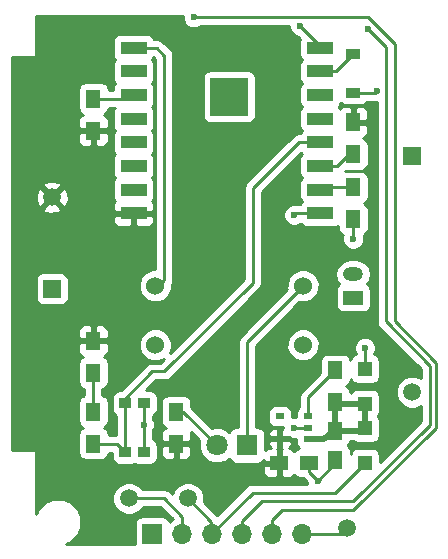
<source format=gbr>
G04 #@! TF.FileFunction,Copper,L1,Top,Signal*
%FSLAX46Y46*%
G04 Gerber Fmt 4.6, Leading zero omitted, Abs format (unit mm)*
G04 Created by KiCad (PCBNEW 4.0.7-e2-6376~58~ubuntu16.04.1) date Sun Nov  4 15:38:29 2018*
%MOMM*%
%LPD*%
G01*
G04 APERTURE LIST*
%ADD10C,0.100000*%
%ADD11R,1.700000X1.200000*%
%ADD12O,1.700000X1.200000*%
%ADD13R,1.800000X1.800000*%
%ADD14C,1.800000*%
%ADD15R,1.700000X1.700000*%
%ADD16O,1.700000X1.700000*%
%ADD17R,0.800000X0.550000*%
%ADD18C,1.524000*%
%ADD19R,1.000000X0.900000*%
%ADD20R,1.300000X1.500000*%
%ADD21R,1.219200X0.889000*%
%ADD22R,1.220000X1.250000*%
%ADD23R,1.500000X1.250000*%
%ADD24R,1.250000X1.500000*%
%ADD25R,2.200000X1.100000*%
%ADD26R,3.200000X3.200000*%
%ADD27R,1.500000X1.500000*%
%ADD28C,1.500000*%
%ADD29C,0.600000*%
%ADD30C,0.500000*%
%ADD31C,0.250000*%
%ADD32C,0.254000*%
G04 APERTURE END LIST*
D10*
D11*
X111000000Y-97000000D03*
D12*
X111000000Y-95000000D03*
D13*
X102000000Y-109500000D03*
D14*
X99460000Y-109500000D03*
D15*
X94000000Y-117000000D03*
D16*
X96540000Y-117000000D03*
X99080000Y-117000000D03*
X101620000Y-117000000D03*
X104160000Y-117000000D03*
X106700000Y-117000000D03*
D17*
X104800000Y-108950000D03*
X104800000Y-107050000D03*
X107200000Y-108950000D03*
X107200000Y-108000000D03*
X107200000Y-107050000D03*
D18*
X106750000Y-96000000D03*
X94250000Y-96000000D03*
X94250000Y-101000000D03*
X106750000Y-101000000D03*
D19*
X93300000Y-110050000D03*
X91700000Y-110050000D03*
X91700000Y-105950000D03*
X93300000Y-105950000D03*
D20*
X111000000Y-87650000D03*
X111000000Y-90350000D03*
X109500000Y-103150000D03*
X109500000Y-105850000D03*
X89000000Y-82850000D03*
X89000000Y-80150000D03*
X111000000Y-82150000D03*
X111000000Y-84850000D03*
X96000000Y-109350000D03*
X96000000Y-106650000D03*
X89000000Y-100650000D03*
X89000000Y-103350000D03*
D21*
X111000000Y-79638300D03*
X111000000Y-76361700D03*
D22*
X112000000Y-103025000D03*
X112000000Y-105975000D03*
X112000000Y-110975000D03*
X112000000Y-108025000D03*
D20*
X89000000Y-109350000D03*
X89000000Y-106650000D03*
D23*
X104750000Y-111000000D03*
X107250000Y-111000000D03*
D24*
X109500000Y-108250000D03*
X109500000Y-110750000D03*
D25*
X108200000Y-75850000D03*
X108200000Y-77850000D03*
X108200000Y-79850000D03*
X108200000Y-81850000D03*
X108200000Y-83850000D03*
X108200000Y-85850000D03*
X108200000Y-87850000D03*
X108200000Y-89850000D03*
X92400000Y-89850000D03*
X92400000Y-87850000D03*
X92400000Y-85850000D03*
X92400000Y-83850000D03*
X92400000Y-81850000D03*
X92400000Y-79850000D03*
X92400000Y-77850000D03*
X92400000Y-75850000D03*
D26*
X100500000Y-80000000D03*
D27*
X116000000Y-85000000D03*
D28*
X92000000Y-114000000D03*
D27*
X85500000Y-96250000D03*
D28*
X85500000Y-88500000D03*
X116000000Y-105000000D03*
X110500000Y-116500000D03*
X97000000Y-114000000D03*
D29*
X93250000Y-107750000D03*
X108000000Y-112500000D03*
X111000000Y-92000000D03*
X106000000Y-108000000D03*
X106000000Y-90000000D03*
X112000000Y-101250000D03*
X113000000Y-79500000D03*
X106500000Y-74000000D03*
X112250000Y-74250000D03*
X97500000Y-73250000D03*
D30*
X109500000Y-108250000D02*
X109500000Y-105850000D01*
X109500000Y-105850000D02*
X109625000Y-105975000D01*
X109625000Y-105975000D02*
X112000000Y-105975000D01*
X112000000Y-105975000D02*
X112000000Y-108025000D01*
X112000000Y-108025000D02*
X111775000Y-108250000D01*
X111775000Y-108250000D02*
X109250000Y-108250000D01*
X109250000Y-108250000D02*
X108550000Y-108950000D01*
X108550000Y-108950000D02*
X107200000Y-108950000D01*
D31*
X93300000Y-110050000D02*
X93300000Y-107800000D01*
X93300000Y-107700000D02*
X93250000Y-107750000D01*
X93300000Y-107700000D02*
X93300000Y-105950000D01*
X93300000Y-107800000D02*
X93250000Y-107750000D01*
X109500000Y-110750000D02*
X109500000Y-111000000D01*
X109500000Y-111000000D02*
X108000000Y-112500000D01*
X107250000Y-111750000D02*
X108000000Y-112500000D01*
X107250000Y-111000000D02*
X107250000Y-111750000D01*
X111000000Y-90350000D02*
X111000000Y-92000000D01*
X107200000Y-108000000D02*
X106000000Y-108000000D01*
X109500000Y-110750000D02*
X109250000Y-110750000D01*
X107250000Y-111000000D02*
X107250000Y-110750000D01*
X108200000Y-89850000D02*
X106150000Y-89850000D01*
X106150000Y-89850000D02*
X106000000Y-90000000D01*
X97000000Y-114000000D02*
X99000000Y-116000000D01*
X99000000Y-116000000D02*
X99000000Y-116920000D01*
X99000000Y-116920000D02*
X99080000Y-117000000D01*
X99080000Y-117000000D02*
X99080000Y-116920000D01*
X99080000Y-116920000D02*
X102500000Y-113500000D01*
X109475000Y-113500000D02*
X110475000Y-112500000D01*
X102500000Y-113500000D02*
X109475000Y-113500000D01*
X110475000Y-112500000D02*
X112000000Y-110975000D01*
X112000000Y-101250000D02*
X112000000Y-103025000D01*
X113000000Y-79500000D02*
X112861700Y-79638300D01*
X112861700Y-79638300D02*
X111000000Y-79638300D01*
X108200000Y-77850000D02*
X109511700Y-77850000D01*
X109511700Y-77850000D02*
X111000000Y-76361700D01*
X92000000Y-114000000D02*
X95000000Y-114000000D01*
X96540000Y-115540000D02*
X96540000Y-117000000D01*
X95000000Y-114000000D02*
X96540000Y-115540000D01*
X106500000Y-74000000D02*
X108200000Y-75700000D01*
X108200000Y-75700000D02*
X108200000Y-75850000D01*
X106700000Y-117000000D02*
X110000000Y-117000000D01*
X110000000Y-117000000D02*
X110500000Y-116500000D01*
X91700000Y-110050000D02*
X91700000Y-105950000D01*
X91700000Y-105950000D02*
X91700000Y-105550000D01*
X91700000Y-105550000D02*
X94000000Y-103250000D01*
X94000000Y-103250000D02*
X95000000Y-103250000D01*
X95000000Y-103250000D02*
X102500000Y-95750000D01*
X102500000Y-95750000D02*
X102500000Y-87750000D01*
X102500000Y-87750000D02*
X106400000Y-83850000D01*
X106400000Y-83850000D02*
X108200000Y-83850000D01*
X89000000Y-109350000D02*
X91000000Y-109350000D01*
X91000000Y-109350000D02*
X91700000Y-110050000D01*
X102000000Y-109500000D02*
X102000000Y-100750000D01*
X102000000Y-100750000D02*
X106750000Y-96000000D01*
X94250000Y-96000000D02*
X94500000Y-96000000D01*
X94500000Y-96000000D02*
X95000000Y-95500000D01*
X95000000Y-95500000D02*
X95000000Y-76500000D01*
X95000000Y-76500000D02*
X94350000Y-75850000D01*
X94350000Y-75850000D02*
X92400000Y-75850000D01*
X111000000Y-84850000D02*
X110650000Y-84850000D01*
X110650000Y-84850000D02*
X109650000Y-85850000D01*
X109650000Y-85850000D02*
X108200000Y-85850000D01*
X89500000Y-80150000D02*
X92100000Y-80150000D01*
X92100000Y-80150000D02*
X92400000Y-79850000D01*
X107200000Y-107050000D02*
X107200000Y-105450000D01*
X107200000Y-105450000D02*
X109500000Y-103150000D01*
X111000000Y-87650000D02*
X108400000Y-87650000D01*
X108400000Y-87650000D02*
X108200000Y-87850000D01*
X96000000Y-106650000D02*
X96610000Y-106650000D01*
X96610000Y-106650000D02*
X99460000Y-109500000D01*
X89000000Y-106650000D02*
X89000000Y-103350000D01*
X101620000Y-117000000D02*
X101620000Y-115880000D01*
X113750000Y-75750000D02*
X112250000Y-74250000D01*
X113750000Y-99000000D02*
X113750000Y-75750000D01*
X117500000Y-102750000D02*
X113750000Y-99000000D01*
X117500000Y-107750000D02*
X117500000Y-102750000D01*
X111000000Y-114250000D02*
X117500000Y-107750000D01*
X103250000Y-114250000D02*
X111000000Y-114250000D01*
X101620000Y-115880000D02*
X103250000Y-114250000D01*
X101620000Y-117000000D02*
X101750000Y-117000000D01*
X104160000Y-117000000D02*
X104160000Y-115840000D01*
X112250000Y-73250000D02*
X97500000Y-73250000D01*
X114500000Y-75500000D02*
X112250000Y-73250000D01*
X114500000Y-99000000D02*
X114500000Y-75500000D01*
X118000000Y-102500000D02*
X114500000Y-99000000D01*
X118000000Y-108000000D02*
X118000000Y-102500000D01*
X111000000Y-115000000D02*
X118000000Y-108000000D01*
X105000000Y-115000000D02*
X111000000Y-115000000D01*
X104160000Y-115840000D02*
X105000000Y-115000000D01*
X104160000Y-117000000D02*
X104160000Y-116840000D01*
D32*
G36*
X96564838Y-73435167D02*
X96706883Y-73778943D01*
X96969673Y-74042192D01*
X97313201Y-74184838D01*
X97685167Y-74185162D01*
X98028943Y-74043117D01*
X98062118Y-74010000D01*
X105564991Y-74010000D01*
X105564838Y-74185167D01*
X105706883Y-74528943D01*
X105969673Y-74792192D01*
X106313201Y-74934838D01*
X106360077Y-74934879D01*
X106498473Y-75073275D01*
X106452560Y-75300000D01*
X106452560Y-76400000D01*
X106496838Y-76635317D01*
X106635910Y-76851441D01*
X106637299Y-76852390D01*
X106503569Y-77048110D01*
X106452560Y-77300000D01*
X106452560Y-78400000D01*
X106496838Y-78635317D01*
X106635910Y-78851441D01*
X106637299Y-78852390D01*
X106503569Y-79048110D01*
X106452560Y-79300000D01*
X106452560Y-80400000D01*
X106496838Y-80635317D01*
X106635910Y-80851441D01*
X106637299Y-80852390D01*
X106503569Y-81048110D01*
X106452560Y-81300000D01*
X106452560Y-82400000D01*
X106496838Y-82635317D01*
X106635910Y-82851441D01*
X106637299Y-82852390D01*
X106503569Y-83048110D01*
X106495086Y-83090000D01*
X106400000Y-83090000D01*
X106109161Y-83147852D01*
X105862599Y-83312599D01*
X101962599Y-87212599D01*
X101797852Y-87459161D01*
X101740000Y-87750000D01*
X101740000Y-95435198D01*
X95469702Y-101705496D01*
X95646757Y-101279100D01*
X95647242Y-100723339D01*
X95435010Y-100209697D01*
X95042370Y-99816371D01*
X94529100Y-99603243D01*
X93973339Y-99602758D01*
X93459697Y-99814990D01*
X93066371Y-100207630D01*
X92853243Y-100720900D01*
X92852758Y-101276661D01*
X93064990Y-101790303D01*
X93457630Y-102183629D01*
X93970900Y-102396757D01*
X94526661Y-102397242D01*
X94954900Y-102220298D01*
X94685198Y-102490000D01*
X94000000Y-102490000D01*
X93709160Y-102547852D01*
X93462599Y-102712599D01*
X91322638Y-104852560D01*
X91200000Y-104852560D01*
X90964683Y-104896838D01*
X90748559Y-105035910D01*
X90603569Y-105248110D01*
X90552560Y-105500000D01*
X90552560Y-106400000D01*
X90596838Y-106635317D01*
X90735910Y-106851441D01*
X90940000Y-106990890D01*
X90940000Y-108590000D01*
X90295558Y-108590000D01*
X90253162Y-108364683D01*
X90114090Y-108148559D01*
X89901890Y-108003569D01*
X89888803Y-108000919D01*
X90101441Y-107864090D01*
X90246431Y-107651890D01*
X90297440Y-107400000D01*
X90297440Y-105900000D01*
X90253162Y-105664683D01*
X90114090Y-105448559D01*
X89901890Y-105303569D01*
X89760000Y-105274836D01*
X89760000Y-104726742D01*
X89885317Y-104703162D01*
X90101441Y-104564090D01*
X90246431Y-104351890D01*
X90297440Y-104100000D01*
X90297440Y-102600000D01*
X90253162Y-102364683D01*
X90114090Y-102148559D01*
X89901890Y-102003569D01*
X89868510Y-101996809D01*
X90009699Y-101938327D01*
X90188327Y-101759698D01*
X90285000Y-101526309D01*
X90285000Y-100935750D01*
X90126250Y-100777000D01*
X89127000Y-100777000D01*
X89127000Y-100797000D01*
X88873000Y-100797000D01*
X88873000Y-100777000D01*
X87873750Y-100777000D01*
X87715000Y-100935750D01*
X87715000Y-101526309D01*
X87811673Y-101759698D01*
X87990301Y-101938327D01*
X88126287Y-101994654D01*
X88114683Y-101996838D01*
X87898559Y-102135910D01*
X87753569Y-102348110D01*
X87702560Y-102600000D01*
X87702560Y-104100000D01*
X87746838Y-104335317D01*
X87885910Y-104551441D01*
X88098110Y-104696431D01*
X88240000Y-104725164D01*
X88240000Y-105273258D01*
X88114683Y-105296838D01*
X87898559Y-105435910D01*
X87753569Y-105648110D01*
X87702560Y-105900000D01*
X87702560Y-107400000D01*
X87746838Y-107635317D01*
X87885910Y-107851441D01*
X88098110Y-107996431D01*
X88111197Y-107999081D01*
X87898559Y-108135910D01*
X87753569Y-108348110D01*
X87702560Y-108600000D01*
X87702560Y-110100000D01*
X87746838Y-110335317D01*
X87885910Y-110551441D01*
X88098110Y-110696431D01*
X88350000Y-110747440D01*
X89650000Y-110747440D01*
X89885317Y-110703162D01*
X90101441Y-110564090D01*
X90246431Y-110351890D01*
X90295415Y-110110000D01*
X90552560Y-110110000D01*
X90552560Y-110500000D01*
X90596838Y-110735317D01*
X90735910Y-110951441D01*
X90948110Y-111096431D01*
X91200000Y-111147440D01*
X92200000Y-111147440D01*
X92435317Y-111103162D01*
X92498478Y-111062519D01*
X92548110Y-111096431D01*
X92800000Y-111147440D01*
X93800000Y-111147440D01*
X94035317Y-111103162D01*
X94251441Y-110964090D01*
X94396431Y-110751890D01*
X94447440Y-110500000D01*
X94447440Y-109635750D01*
X94715000Y-109635750D01*
X94715000Y-110226309D01*
X94811673Y-110459698D01*
X94990301Y-110638327D01*
X95223690Y-110735000D01*
X95714250Y-110735000D01*
X95873000Y-110576250D01*
X95873000Y-109477000D01*
X96127000Y-109477000D01*
X96127000Y-110576250D01*
X96285750Y-110735000D01*
X96776310Y-110735000D01*
X97009699Y-110638327D01*
X97188327Y-110459698D01*
X97285000Y-110226309D01*
X97285000Y-109635750D01*
X97126250Y-109477000D01*
X96127000Y-109477000D01*
X95873000Y-109477000D01*
X94873750Y-109477000D01*
X94715000Y-109635750D01*
X94447440Y-109635750D01*
X94447440Y-109600000D01*
X94403162Y-109364683D01*
X94264090Y-109148559D01*
X94060000Y-109009110D01*
X94060000Y-108237441D01*
X94184838Y-107936799D01*
X94185162Y-107564833D01*
X94060000Y-107261917D01*
X94060000Y-106987279D01*
X94251441Y-106864090D01*
X94396431Y-106651890D01*
X94447440Y-106400000D01*
X94447440Y-105900000D01*
X94702560Y-105900000D01*
X94702560Y-107400000D01*
X94746838Y-107635317D01*
X94885910Y-107851441D01*
X95098110Y-107996431D01*
X95131490Y-108003191D01*
X94990301Y-108061673D01*
X94811673Y-108240302D01*
X94715000Y-108473691D01*
X94715000Y-109064250D01*
X94873750Y-109223000D01*
X95873000Y-109223000D01*
X95873000Y-109203000D01*
X96127000Y-109203000D01*
X96127000Y-109223000D01*
X97126250Y-109223000D01*
X97285000Y-109064250D01*
X97285000Y-108473691D01*
X97232752Y-108347554D01*
X97970234Y-109085036D01*
X97925267Y-109193330D01*
X97924735Y-109803991D01*
X98157932Y-110368371D01*
X98589357Y-110800551D01*
X99153330Y-111034733D01*
X99763991Y-111035265D01*
X100328371Y-110802068D01*
X100496613Y-110634120D01*
X100496838Y-110635317D01*
X100635910Y-110851441D01*
X100848110Y-110996431D01*
X101100000Y-111047440D01*
X102900000Y-111047440D01*
X103135317Y-111003162D01*
X103351441Y-110864090D01*
X103417768Y-110767018D01*
X103523750Y-110873000D01*
X104623000Y-110873000D01*
X104623000Y-109898750D01*
X104549250Y-109825000D01*
X104673000Y-109701250D01*
X104673000Y-109077000D01*
X103923750Y-109077000D01*
X103765000Y-109235750D01*
X103765000Y-109351309D01*
X103861673Y-109584698D01*
X104016974Y-109740000D01*
X103873691Y-109740000D01*
X103640302Y-109836673D01*
X103547440Y-109929534D01*
X103547440Y-108600000D01*
X103537786Y-108548691D01*
X103765000Y-108548691D01*
X103765000Y-108664250D01*
X103923750Y-108823000D01*
X104673000Y-108823000D01*
X104673000Y-108198750D01*
X104514250Y-108040000D01*
X104273690Y-108040000D01*
X104040301Y-108136673D01*
X103861673Y-108315302D01*
X103765000Y-108548691D01*
X103537786Y-108548691D01*
X103503162Y-108364683D01*
X103364090Y-108148559D01*
X103151890Y-108003569D01*
X102900000Y-107952560D01*
X102760000Y-107952560D01*
X102760000Y-101276661D01*
X105352758Y-101276661D01*
X105564990Y-101790303D01*
X105957630Y-102183629D01*
X106470900Y-102396757D01*
X107026661Y-102397242D01*
X107540303Y-102185010D01*
X107933629Y-101792370D01*
X108146757Y-101279100D01*
X108147242Y-100723339D01*
X107935010Y-100209697D01*
X107542370Y-99816371D01*
X107029100Y-99603243D01*
X106473339Y-99602758D01*
X105959697Y-99814990D01*
X105566371Y-100207630D01*
X105353243Y-100720900D01*
X105352758Y-101276661D01*
X102760000Y-101276661D01*
X102760000Y-101064802D01*
X106440619Y-97384183D01*
X106470900Y-97396757D01*
X107026661Y-97397242D01*
X107540303Y-97185010D01*
X107933629Y-96792370D01*
X108146757Y-96279100D01*
X108147242Y-95723339D01*
X107935010Y-95209697D01*
X107725679Y-95000000D01*
X109485907Y-95000000D01*
X109579916Y-95472614D01*
X109832074Y-95849996D01*
X109698559Y-95935910D01*
X109553569Y-96148110D01*
X109502560Y-96400000D01*
X109502560Y-97600000D01*
X109546838Y-97835317D01*
X109685910Y-98051441D01*
X109898110Y-98196431D01*
X110150000Y-98247440D01*
X111850000Y-98247440D01*
X112085317Y-98203162D01*
X112301441Y-98064090D01*
X112446431Y-97851890D01*
X112497440Y-97600000D01*
X112497440Y-96400000D01*
X112453162Y-96164683D01*
X112314090Y-95948559D01*
X112168525Y-95849099D01*
X112420084Y-95472614D01*
X112514093Y-95000000D01*
X112420084Y-94527386D01*
X112152370Y-94126723D01*
X111751707Y-93859009D01*
X111279093Y-93765000D01*
X110720907Y-93765000D01*
X110248293Y-93859009D01*
X109847630Y-94126723D01*
X109579916Y-94527386D01*
X109485907Y-95000000D01*
X107725679Y-95000000D01*
X107542370Y-94816371D01*
X107029100Y-94603243D01*
X106473339Y-94602758D01*
X105959697Y-94814990D01*
X105566371Y-95207630D01*
X105353243Y-95720900D01*
X105352758Y-96276661D01*
X105366143Y-96309055D01*
X101462599Y-100212599D01*
X101297852Y-100459161D01*
X101240000Y-100750000D01*
X101240000Y-107952560D01*
X101100000Y-107952560D01*
X100864683Y-107996838D01*
X100648559Y-108135910D01*
X100503569Y-108348110D01*
X100499433Y-108368534D01*
X100330643Y-108199449D01*
X99766670Y-107965267D01*
X99156009Y-107964735D01*
X99045287Y-108010485D01*
X97297440Y-106262638D01*
X97297440Y-105900000D01*
X97253162Y-105664683D01*
X97114090Y-105448559D01*
X96901890Y-105303569D01*
X96650000Y-105252560D01*
X95350000Y-105252560D01*
X95114683Y-105296838D01*
X94898559Y-105435910D01*
X94753569Y-105648110D01*
X94702560Y-105900000D01*
X94447440Y-105900000D01*
X94447440Y-105500000D01*
X94403162Y-105264683D01*
X94264090Y-105048559D01*
X94051890Y-104903569D01*
X93800000Y-104852560D01*
X93472242Y-104852560D01*
X94314802Y-104010000D01*
X95000000Y-104010000D01*
X95290839Y-103952148D01*
X95537401Y-103787401D01*
X103037401Y-96287401D01*
X103202148Y-96040839D01*
X103260000Y-95750000D01*
X103260000Y-88064802D01*
X106572266Y-84752536D01*
X106635910Y-84851441D01*
X106637299Y-84852390D01*
X106503569Y-85048110D01*
X106452560Y-85300000D01*
X106452560Y-86400000D01*
X106496838Y-86635317D01*
X106635910Y-86851441D01*
X106637299Y-86852390D01*
X106503569Y-87048110D01*
X106452560Y-87300000D01*
X106452560Y-88400000D01*
X106496838Y-88635317D01*
X106635910Y-88851441D01*
X106637299Y-88852390D01*
X106503569Y-89048110D01*
X106495086Y-89090000D01*
X106246615Y-89090000D01*
X106186799Y-89065162D01*
X105814833Y-89064838D01*
X105471057Y-89206883D01*
X105207808Y-89469673D01*
X105065162Y-89813201D01*
X105064838Y-90185167D01*
X105206883Y-90528943D01*
X105469673Y-90792192D01*
X105813201Y-90934838D01*
X106185167Y-90935162D01*
X106528943Y-90793117D01*
X106571221Y-90750912D01*
X106635910Y-90851441D01*
X106848110Y-90996431D01*
X107100000Y-91047440D01*
X109300000Y-91047440D01*
X109535317Y-91003162D01*
X109702560Y-90895544D01*
X109702560Y-91100000D01*
X109746838Y-91335317D01*
X109885910Y-91551441D01*
X110098110Y-91696431D01*
X110112444Y-91699334D01*
X110065162Y-91813201D01*
X110064838Y-92185167D01*
X110206883Y-92528943D01*
X110469673Y-92792192D01*
X110813201Y-92934838D01*
X111185167Y-92935162D01*
X111528943Y-92793117D01*
X111792192Y-92530327D01*
X111934838Y-92186799D01*
X111935162Y-91814833D01*
X111888243Y-91701279D01*
X112101441Y-91564090D01*
X112246431Y-91351890D01*
X112297440Y-91100000D01*
X112297440Y-89600000D01*
X112253162Y-89364683D01*
X112114090Y-89148559D01*
X111901890Y-89003569D01*
X111888803Y-89000919D01*
X112101441Y-88864090D01*
X112246431Y-88651890D01*
X112297440Y-88400000D01*
X112297440Y-86900000D01*
X112253162Y-86664683D01*
X112114090Y-86448559D01*
X111901890Y-86303569D01*
X111650000Y-86252560D01*
X110350000Y-86252560D01*
X110315808Y-86258994D01*
X110331174Y-86243628D01*
X110350000Y-86247440D01*
X111650000Y-86247440D01*
X111885317Y-86203162D01*
X112101441Y-86064090D01*
X112246431Y-85851890D01*
X112297440Y-85600000D01*
X112297440Y-84100000D01*
X112253162Y-83864683D01*
X112114090Y-83648559D01*
X111901890Y-83503569D01*
X111868510Y-83496809D01*
X112009699Y-83438327D01*
X112188327Y-83259698D01*
X112285000Y-83026309D01*
X112285000Y-82435750D01*
X112126250Y-82277000D01*
X111127000Y-82277000D01*
X111127000Y-82297000D01*
X110873000Y-82297000D01*
X110873000Y-82277000D01*
X110853000Y-82277000D01*
X110853000Y-82023000D01*
X110873000Y-82023000D01*
X110873000Y-80923750D01*
X111127000Y-80923750D01*
X111127000Y-82023000D01*
X112126250Y-82023000D01*
X112285000Y-81864250D01*
X112285000Y-81273691D01*
X112188327Y-81040302D01*
X112009699Y-80861673D01*
X111776310Y-80765000D01*
X111285750Y-80765000D01*
X111127000Y-80923750D01*
X110873000Y-80923750D01*
X110714250Y-80765000D01*
X110223690Y-80765000D01*
X109990301Y-80861673D01*
X109857795Y-80994180D01*
X109764090Y-80848559D01*
X109762701Y-80847610D01*
X109896431Y-80651890D01*
X109921705Y-80527084D01*
X109926310Y-80534241D01*
X110138510Y-80679231D01*
X110390400Y-80730240D01*
X111609600Y-80730240D01*
X111844917Y-80685962D01*
X112061041Y-80546890D01*
X112162568Y-80398300D01*
X112725208Y-80398300D01*
X112813201Y-80434838D01*
X112990000Y-80434992D01*
X112990000Y-99000000D01*
X113047852Y-99290839D01*
X113212599Y-99537401D01*
X116740000Y-103064802D01*
X116740000Y-103807619D01*
X116276702Y-103615241D01*
X115725715Y-103614760D01*
X115216485Y-103825169D01*
X114826539Y-104214436D01*
X114615241Y-104723298D01*
X114614760Y-105274285D01*
X114825169Y-105783515D01*
X115214436Y-106173461D01*
X115723298Y-106384759D01*
X116274285Y-106385240D01*
X116740000Y-106192811D01*
X116740000Y-107435198D01*
X113257440Y-110917758D01*
X113257440Y-110350000D01*
X113213162Y-110114683D01*
X113074090Y-109898559D01*
X112861890Y-109753569D01*
X112610000Y-109702560D01*
X111390000Y-109702560D01*
X111154683Y-109746838D01*
X110938559Y-109885910D01*
X110793569Y-110098110D01*
X110772440Y-110202448D01*
X110772440Y-110000000D01*
X110728162Y-109764683D01*
X110589090Y-109548559D01*
X110519289Y-109500866D01*
X110576441Y-109464090D01*
X110721431Y-109251890D01*
X110745102Y-109135000D01*
X110975025Y-109135000D01*
X111138110Y-109246431D01*
X111390000Y-109297440D01*
X112610000Y-109297440D01*
X112845317Y-109253162D01*
X113061441Y-109114090D01*
X113206431Y-108901890D01*
X113257440Y-108650000D01*
X113257440Y-107400000D01*
X113213162Y-107164683D01*
X113106241Y-106998523D01*
X113206431Y-106851890D01*
X113257440Y-106600000D01*
X113257440Y-105350000D01*
X113213162Y-105114683D01*
X113074090Y-104898559D01*
X112861890Y-104753569D01*
X112610000Y-104702560D01*
X111390000Y-104702560D01*
X111154683Y-104746838D01*
X110938559Y-104885910D01*
X110799110Y-105090000D01*
X110795558Y-105090000D01*
X110753162Y-104864683D01*
X110614090Y-104648559D01*
X110401890Y-104503569D01*
X110388803Y-104500919D01*
X110601441Y-104364090D01*
X110746431Y-104151890D01*
X110797164Y-103901364D01*
X110925910Y-104101441D01*
X111138110Y-104246431D01*
X111390000Y-104297440D01*
X112610000Y-104297440D01*
X112845317Y-104253162D01*
X113061441Y-104114090D01*
X113206431Y-103901890D01*
X113257440Y-103650000D01*
X113257440Y-102400000D01*
X113213162Y-102164683D01*
X113074090Y-101948559D01*
X112861890Y-101803569D01*
X112784590Y-101787915D01*
X112792192Y-101780327D01*
X112934838Y-101436799D01*
X112935162Y-101064833D01*
X112793117Y-100721057D01*
X112530327Y-100457808D01*
X112186799Y-100315162D01*
X111814833Y-100314838D01*
X111471057Y-100456883D01*
X111207808Y-100719673D01*
X111065162Y-101063201D01*
X111064838Y-101435167D01*
X111206883Y-101778943D01*
X111213667Y-101785739D01*
X111154683Y-101796838D01*
X110938559Y-101935910D01*
X110793569Y-102148110D01*
X110771007Y-102259523D01*
X110753162Y-102164683D01*
X110614090Y-101948559D01*
X110401890Y-101803569D01*
X110150000Y-101752560D01*
X108850000Y-101752560D01*
X108614683Y-101796838D01*
X108398559Y-101935910D01*
X108253569Y-102148110D01*
X108202560Y-102400000D01*
X108202560Y-103372638D01*
X106662599Y-104912599D01*
X106497852Y-105159161D01*
X106440000Y-105450000D01*
X106440000Y-106252069D01*
X106348559Y-106310910D01*
X106203569Y-106523110D01*
X106152560Y-106775000D01*
X106152560Y-107065132D01*
X105847440Y-107064866D01*
X105847440Y-106775000D01*
X105803162Y-106539683D01*
X105664090Y-106323559D01*
X105451890Y-106178569D01*
X105200000Y-106127560D01*
X104400000Y-106127560D01*
X104164683Y-106171838D01*
X103948559Y-106310910D01*
X103803569Y-106523110D01*
X103752560Y-106775000D01*
X103752560Y-107325000D01*
X103796838Y-107560317D01*
X103935910Y-107776441D01*
X104148110Y-107921431D01*
X104400000Y-107972440D01*
X105065023Y-107972440D01*
X105064946Y-108060804D01*
X104927000Y-108198750D01*
X104927000Y-108823000D01*
X105543867Y-108823000D01*
X105813201Y-108934838D01*
X106152560Y-108935134D01*
X106152560Y-109225000D01*
X106196838Y-109460317D01*
X106335910Y-109676441D01*
X106430002Y-109740731D01*
X106264683Y-109771838D01*
X106048559Y-109910910D01*
X106002031Y-109979006D01*
X105859698Y-109836673D01*
X105626309Y-109740000D01*
X105583026Y-109740000D01*
X105738327Y-109584698D01*
X105835000Y-109351309D01*
X105835000Y-109235750D01*
X105676250Y-109077000D01*
X104927000Y-109077000D01*
X104927000Y-109701250D01*
X105000750Y-109775000D01*
X104877000Y-109898750D01*
X104877000Y-110873000D01*
X104897000Y-110873000D01*
X104897000Y-111127000D01*
X104877000Y-111127000D01*
X104877000Y-112101250D01*
X105035750Y-112260000D01*
X105626309Y-112260000D01*
X105859698Y-112163327D01*
X106000936Y-112022090D01*
X106035910Y-112076441D01*
X106248110Y-112221431D01*
X106500000Y-112272440D01*
X106702602Y-112272440D01*
X106712599Y-112287401D01*
X107064878Y-112639680D01*
X107064838Y-112685167D01*
X107087494Y-112740000D01*
X102500000Y-112740000D01*
X102209160Y-112797852D01*
X101962599Y-112962599D01*
X99500000Y-115425198D01*
X98375002Y-114300200D01*
X98384759Y-114276702D01*
X98385240Y-113725715D01*
X98174831Y-113216485D01*
X97785564Y-112826539D01*
X97276702Y-112615241D01*
X96725715Y-112614760D01*
X96216485Y-112825169D01*
X95826539Y-113214436D01*
X95668893Y-113594091D01*
X95537401Y-113462599D01*
X95290839Y-113297852D01*
X95000000Y-113240000D01*
X93184547Y-113240000D01*
X93174831Y-113216485D01*
X92785564Y-112826539D01*
X92276702Y-112615241D01*
X91725715Y-112614760D01*
X91216485Y-112825169D01*
X90826539Y-113214436D01*
X90615241Y-113723298D01*
X90614760Y-114274285D01*
X90825169Y-114783515D01*
X91214436Y-115173461D01*
X91723298Y-115384759D01*
X92274285Y-115385240D01*
X92783515Y-115174831D01*
X93173461Y-114785564D01*
X93184076Y-114760000D01*
X94685198Y-114760000D01*
X95703416Y-115778218D01*
X95489946Y-115920853D01*
X95462150Y-115962452D01*
X95453162Y-115914683D01*
X95314090Y-115698559D01*
X95101890Y-115553569D01*
X94850000Y-115502560D01*
X93150000Y-115502560D01*
X92914683Y-115546838D01*
X92698559Y-115685910D01*
X92553569Y-115898110D01*
X92502560Y-116150000D01*
X92502560Y-117850000D01*
X92506888Y-117873000D01*
X86665000Y-117873000D01*
X87122943Y-117683782D01*
X87681819Y-117125880D01*
X87984654Y-116396573D01*
X87985343Y-115606891D01*
X87683782Y-114877057D01*
X87125880Y-114318181D01*
X86396573Y-114015346D01*
X85606891Y-114014657D01*
X84877057Y-114316218D01*
X84318181Y-114874120D01*
X84127000Y-115334535D01*
X84127000Y-111285750D01*
X103365000Y-111285750D01*
X103365000Y-111751310D01*
X103461673Y-111984699D01*
X103640302Y-112163327D01*
X103873691Y-112260000D01*
X104464250Y-112260000D01*
X104623000Y-112101250D01*
X104623000Y-111127000D01*
X103523750Y-111127000D01*
X103365000Y-111285750D01*
X84127000Y-111285750D01*
X84127000Y-110000000D01*
X84116994Y-109950590D01*
X84088553Y-109908965D01*
X84046159Y-109881685D01*
X84000000Y-109873000D01*
X82127000Y-109873000D01*
X82127000Y-99773691D01*
X87715000Y-99773691D01*
X87715000Y-100364250D01*
X87873750Y-100523000D01*
X88873000Y-100523000D01*
X88873000Y-99423750D01*
X89127000Y-99423750D01*
X89127000Y-100523000D01*
X90126250Y-100523000D01*
X90285000Y-100364250D01*
X90285000Y-99773691D01*
X90188327Y-99540302D01*
X90009699Y-99361673D01*
X89776310Y-99265000D01*
X89285750Y-99265000D01*
X89127000Y-99423750D01*
X88873000Y-99423750D01*
X88714250Y-99265000D01*
X88223690Y-99265000D01*
X87990301Y-99361673D01*
X87811673Y-99540302D01*
X87715000Y-99773691D01*
X82127000Y-99773691D01*
X82127000Y-95500000D01*
X84102560Y-95500000D01*
X84102560Y-97000000D01*
X84146838Y-97235317D01*
X84285910Y-97451441D01*
X84498110Y-97596431D01*
X84750000Y-97647440D01*
X86250000Y-97647440D01*
X86485317Y-97603162D01*
X86701441Y-97464090D01*
X86846431Y-97251890D01*
X86897440Y-97000000D01*
X86897440Y-95500000D01*
X86853162Y-95264683D01*
X86714090Y-95048559D01*
X86501890Y-94903569D01*
X86250000Y-94852560D01*
X84750000Y-94852560D01*
X84514683Y-94896838D01*
X84298559Y-95035910D01*
X84153569Y-95248110D01*
X84102560Y-95500000D01*
X82127000Y-95500000D01*
X82127000Y-90135750D01*
X90665000Y-90135750D01*
X90665000Y-90526310D01*
X90761673Y-90759699D01*
X90940302Y-90938327D01*
X91173691Y-91035000D01*
X92114250Y-91035000D01*
X92273000Y-90876250D01*
X92273000Y-89977000D01*
X92527000Y-89977000D01*
X92527000Y-90876250D01*
X92685750Y-91035000D01*
X93626309Y-91035000D01*
X93859698Y-90938327D01*
X94038327Y-90759699D01*
X94135000Y-90526310D01*
X94135000Y-90135750D01*
X93976250Y-89977000D01*
X92527000Y-89977000D01*
X92273000Y-89977000D01*
X90823750Y-89977000D01*
X90665000Y-90135750D01*
X82127000Y-90135750D01*
X82127000Y-89471517D01*
X84708088Y-89471517D01*
X84776077Y-89712460D01*
X85295171Y-89897201D01*
X85845448Y-89869230D01*
X86223923Y-89712460D01*
X86291912Y-89471517D01*
X85500000Y-88679605D01*
X84708088Y-89471517D01*
X82127000Y-89471517D01*
X82127000Y-88295171D01*
X84102799Y-88295171D01*
X84130770Y-88845448D01*
X84287540Y-89223923D01*
X84528483Y-89291912D01*
X85320395Y-88500000D01*
X85679605Y-88500000D01*
X86471517Y-89291912D01*
X86712460Y-89223923D01*
X86897201Y-88704829D01*
X86869230Y-88154552D01*
X86712460Y-87776077D01*
X86471517Y-87708088D01*
X85679605Y-88500000D01*
X85320395Y-88500000D01*
X84528483Y-87708088D01*
X84287540Y-87776077D01*
X84102799Y-88295171D01*
X82127000Y-88295171D01*
X82127000Y-87528483D01*
X84708088Y-87528483D01*
X85500000Y-88320395D01*
X86291912Y-87528483D01*
X86223923Y-87287540D01*
X85704829Y-87102799D01*
X85154552Y-87130770D01*
X84776077Y-87287540D01*
X84708088Y-87528483D01*
X82127000Y-87528483D01*
X82127000Y-83135750D01*
X87715000Y-83135750D01*
X87715000Y-83726309D01*
X87811673Y-83959698D01*
X87990301Y-84138327D01*
X88223690Y-84235000D01*
X88714250Y-84235000D01*
X88873000Y-84076250D01*
X88873000Y-82977000D01*
X89127000Y-82977000D01*
X89127000Y-84076250D01*
X89285750Y-84235000D01*
X89776310Y-84235000D01*
X90009699Y-84138327D01*
X90188327Y-83959698D01*
X90285000Y-83726309D01*
X90285000Y-83135750D01*
X90126250Y-82977000D01*
X89127000Y-82977000D01*
X88873000Y-82977000D01*
X87873750Y-82977000D01*
X87715000Y-83135750D01*
X82127000Y-83135750D01*
X82127000Y-79400000D01*
X87702560Y-79400000D01*
X87702560Y-80900000D01*
X87746838Y-81135317D01*
X87885910Y-81351441D01*
X88098110Y-81496431D01*
X88131490Y-81503191D01*
X87990301Y-81561673D01*
X87811673Y-81740302D01*
X87715000Y-81973691D01*
X87715000Y-82564250D01*
X87873750Y-82723000D01*
X88873000Y-82723000D01*
X88873000Y-82703000D01*
X89127000Y-82703000D01*
X89127000Y-82723000D01*
X90126250Y-82723000D01*
X90285000Y-82564250D01*
X90285000Y-81973691D01*
X90188327Y-81740302D01*
X90009699Y-81561673D01*
X89873713Y-81505346D01*
X89885317Y-81503162D01*
X90101441Y-81364090D01*
X90246431Y-81151890D01*
X90295415Y-80910000D01*
X90797935Y-80910000D01*
X90703569Y-81048110D01*
X90652560Y-81300000D01*
X90652560Y-82400000D01*
X90696838Y-82635317D01*
X90835910Y-82851441D01*
X90837299Y-82852390D01*
X90703569Y-83048110D01*
X90652560Y-83300000D01*
X90652560Y-84400000D01*
X90696838Y-84635317D01*
X90835910Y-84851441D01*
X90837299Y-84852390D01*
X90703569Y-85048110D01*
X90652560Y-85300000D01*
X90652560Y-86400000D01*
X90696838Y-86635317D01*
X90835910Y-86851441D01*
X90837299Y-86852390D01*
X90703569Y-87048110D01*
X90652560Y-87300000D01*
X90652560Y-88400000D01*
X90696838Y-88635317D01*
X90835910Y-88851441D01*
X90844598Y-88857377D01*
X90761673Y-88940301D01*
X90665000Y-89173690D01*
X90665000Y-89564250D01*
X90823750Y-89723000D01*
X92273000Y-89723000D01*
X92273000Y-89703000D01*
X92527000Y-89703000D01*
X92527000Y-89723000D01*
X93976250Y-89723000D01*
X94135000Y-89564250D01*
X94135000Y-89173690D01*
X94038327Y-88940301D01*
X93955774Y-88857748D01*
X94096431Y-88651890D01*
X94147440Y-88400000D01*
X94147440Y-87300000D01*
X94103162Y-87064683D01*
X93964090Y-86848559D01*
X93962701Y-86847610D01*
X94096431Y-86651890D01*
X94147440Y-86400000D01*
X94147440Y-85300000D01*
X94103162Y-85064683D01*
X93964090Y-84848559D01*
X93962701Y-84847610D01*
X94096431Y-84651890D01*
X94147440Y-84400000D01*
X94147440Y-83300000D01*
X94103162Y-83064683D01*
X93964090Y-82848559D01*
X93962701Y-82847610D01*
X94096431Y-82651890D01*
X94147440Y-82400000D01*
X94147440Y-81300000D01*
X94103162Y-81064683D01*
X93964090Y-80848559D01*
X93962701Y-80847610D01*
X94096431Y-80651890D01*
X94147440Y-80400000D01*
X94147440Y-79300000D01*
X94103162Y-79064683D01*
X93964090Y-78848559D01*
X93962701Y-78847610D01*
X94096431Y-78651890D01*
X94147440Y-78400000D01*
X94147440Y-77300000D01*
X94103162Y-77064683D01*
X93964090Y-76848559D01*
X93962701Y-76847610D01*
X94088579Y-76663381D01*
X94240000Y-76814802D01*
X94240000Y-94602991D01*
X93973339Y-94602758D01*
X93459697Y-94814990D01*
X93066371Y-95207630D01*
X92853243Y-95720900D01*
X92852758Y-96276661D01*
X93064990Y-96790303D01*
X93457630Y-97183629D01*
X93970900Y-97396757D01*
X94526661Y-97397242D01*
X95040303Y-97185010D01*
X95433629Y-96792370D01*
X95646757Y-96279100D01*
X95647111Y-95873208D01*
X95702148Y-95790839D01*
X95760000Y-95500000D01*
X95760000Y-78400000D01*
X98252560Y-78400000D01*
X98252560Y-81600000D01*
X98296838Y-81835317D01*
X98435910Y-82051441D01*
X98648110Y-82196431D01*
X98900000Y-82247440D01*
X102100000Y-82247440D01*
X102335317Y-82203162D01*
X102551441Y-82064090D01*
X102696431Y-81851890D01*
X102747440Y-81600000D01*
X102747440Y-78400000D01*
X102703162Y-78164683D01*
X102564090Y-77948559D01*
X102351890Y-77803569D01*
X102100000Y-77752560D01*
X98900000Y-77752560D01*
X98664683Y-77796838D01*
X98448559Y-77935910D01*
X98303569Y-78148110D01*
X98252560Y-78400000D01*
X95760000Y-78400000D01*
X95760000Y-76500000D01*
X95702148Y-76209161D01*
X95537401Y-75962599D01*
X94887401Y-75312599D01*
X94640839Y-75147852D01*
X94350000Y-75090000D01*
X94107926Y-75090000D01*
X94103162Y-75064683D01*
X93964090Y-74848559D01*
X93751890Y-74703569D01*
X93500000Y-74652560D01*
X91300000Y-74652560D01*
X91064683Y-74696838D01*
X90848559Y-74835910D01*
X90703569Y-75048110D01*
X90652560Y-75300000D01*
X90652560Y-76400000D01*
X90696838Y-76635317D01*
X90835910Y-76851441D01*
X90837299Y-76852390D01*
X90703569Y-77048110D01*
X90652560Y-77300000D01*
X90652560Y-78400000D01*
X90696838Y-78635317D01*
X90835910Y-78851441D01*
X90837299Y-78852390D01*
X90703569Y-79048110D01*
X90652560Y-79300000D01*
X90652560Y-79390000D01*
X90295558Y-79390000D01*
X90253162Y-79164683D01*
X90114090Y-78948559D01*
X89901890Y-78803569D01*
X89650000Y-78752560D01*
X88350000Y-78752560D01*
X88114683Y-78796838D01*
X87898559Y-78935910D01*
X87753569Y-79148110D01*
X87702560Y-79400000D01*
X82127000Y-79400000D01*
X82127000Y-76627000D01*
X84000000Y-76627000D01*
X84049410Y-76616994D01*
X84091035Y-76588553D01*
X84118315Y-76546159D01*
X84127000Y-76500000D01*
X84127000Y-73127000D01*
X96565106Y-73127000D01*
X96564838Y-73435167D01*
X96564838Y-73435167D01*
G37*
X96564838Y-73435167D02*
X96706883Y-73778943D01*
X96969673Y-74042192D01*
X97313201Y-74184838D01*
X97685167Y-74185162D01*
X98028943Y-74043117D01*
X98062118Y-74010000D01*
X105564991Y-74010000D01*
X105564838Y-74185167D01*
X105706883Y-74528943D01*
X105969673Y-74792192D01*
X106313201Y-74934838D01*
X106360077Y-74934879D01*
X106498473Y-75073275D01*
X106452560Y-75300000D01*
X106452560Y-76400000D01*
X106496838Y-76635317D01*
X106635910Y-76851441D01*
X106637299Y-76852390D01*
X106503569Y-77048110D01*
X106452560Y-77300000D01*
X106452560Y-78400000D01*
X106496838Y-78635317D01*
X106635910Y-78851441D01*
X106637299Y-78852390D01*
X106503569Y-79048110D01*
X106452560Y-79300000D01*
X106452560Y-80400000D01*
X106496838Y-80635317D01*
X106635910Y-80851441D01*
X106637299Y-80852390D01*
X106503569Y-81048110D01*
X106452560Y-81300000D01*
X106452560Y-82400000D01*
X106496838Y-82635317D01*
X106635910Y-82851441D01*
X106637299Y-82852390D01*
X106503569Y-83048110D01*
X106495086Y-83090000D01*
X106400000Y-83090000D01*
X106109161Y-83147852D01*
X105862599Y-83312599D01*
X101962599Y-87212599D01*
X101797852Y-87459161D01*
X101740000Y-87750000D01*
X101740000Y-95435198D01*
X95469702Y-101705496D01*
X95646757Y-101279100D01*
X95647242Y-100723339D01*
X95435010Y-100209697D01*
X95042370Y-99816371D01*
X94529100Y-99603243D01*
X93973339Y-99602758D01*
X93459697Y-99814990D01*
X93066371Y-100207630D01*
X92853243Y-100720900D01*
X92852758Y-101276661D01*
X93064990Y-101790303D01*
X93457630Y-102183629D01*
X93970900Y-102396757D01*
X94526661Y-102397242D01*
X94954900Y-102220298D01*
X94685198Y-102490000D01*
X94000000Y-102490000D01*
X93709160Y-102547852D01*
X93462599Y-102712599D01*
X91322638Y-104852560D01*
X91200000Y-104852560D01*
X90964683Y-104896838D01*
X90748559Y-105035910D01*
X90603569Y-105248110D01*
X90552560Y-105500000D01*
X90552560Y-106400000D01*
X90596838Y-106635317D01*
X90735910Y-106851441D01*
X90940000Y-106990890D01*
X90940000Y-108590000D01*
X90295558Y-108590000D01*
X90253162Y-108364683D01*
X90114090Y-108148559D01*
X89901890Y-108003569D01*
X89888803Y-108000919D01*
X90101441Y-107864090D01*
X90246431Y-107651890D01*
X90297440Y-107400000D01*
X90297440Y-105900000D01*
X90253162Y-105664683D01*
X90114090Y-105448559D01*
X89901890Y-105303569D01*
X89760000Y-105274836D01*
X89760000Y-104726742D01*
X89885317Y-104703162D01*
X90101441Y-104564090D01*
X90246431Y-104351890D01*
X90297440Y-104100000D01*
X90297440Y-102600000D01*
X90253162Y-102364683D01*
X90114090Y-102148559D01*
X89901890Y-102003569D01*
X89868510Y-101996809D01*
X90009699Y-101938327D01*
X90188327Y-101759698D01*
X90285000Y-101526309D01*
X90285000Y-100935750D01*
X90126250Y-100777000D01*
X89127000Y-100777000D01*
X89127000Y-100797000D01*
X88873000Y-100797000D01*
X88873000Y-100777000D01*
X87873750Y-100777000D01*
X87715000Y-100935750D01*
X87715000Y-101526309D01*
X87811673Y-101759698D01*
X87990301Y-101938327D01*
X88126287Y-101994654D01*
X88114683Y-101996838D01*
X87898559Y-102135910D01*
X87753569Y-102348110D01*
X87702560Y-102600000D01*
X87702560Y-104100000D01*
X87746838Y-104335317D01*
X87885910Y-104551441D01*
X88098110Y-104696431D01*
X88240000Y-104725164D01*
X88240000Y-105273258D01*
X88114683Y-105296838D01*
X87898559Y-105435910D01*
X87753569Y-105648110D01*
X87702560Y-105900000D01*
X87702560Y-107400000D01*
X87746838Y-107635317D01*
X87885910Y-107851441D01*
X88098110Y-107996431D01*
X88111197Y-107999081D01*
X87898559Y-108135910D01*
X87753569Y-108348110D01*
X87702560Y-108600000D01*
X87702560Y-110100000D01*
X87746838Y-110335317D01*
X87885910Y-110551441D01*
X88098110Y-110696431D01*
X88350000Y-110747440D01*
X89650000Y-110747440D01*
X89885317Y-110703162D01*
X90101441Y-110564090D01*
X90246431Y-110351890D01*
X90295415Y-110110000D01*
X90552560Y-110110000D01*
X90552560Y-110500000D01*
X90596838Y-110735317D01*
X90735910Y-110951441D01*
X90948110Y-111096431D01*
X91200000Y-111147440D01*
X92200000Y-111147440D01*
X92435317Y-111103162D01*
X92498478Y-111062519D01*
X92548110Y-111096431D01*
X92800000Y-111147440D01*
X93800000Y-111147440D01*
X94035317Y-111103162D01*
X94251441Y-110964090D01*
X94396431Y-110751890D01*
X94447440Y-110500000D01*
X94447440Y-109635750D01*
X94715000Y-109635750D01*
X94715000Y-110226309D01*
X94811673Y-110459698D01*
X94990301Y-110638327D01*
X95223690Y-110735000D01*
X95714250Y-110735000D01*
X95873000Y-110576250D01*
X95873000Y-109477000D01*
X96127000Y-109477000D01*
X96127000Y-110576250D01*
X96285750Y-110735000D01*
X96776310Y-110735000D01*
X97009699Y-110638327D01*
X97188327Y-110459698D01*
X97285000Y-110226309D01*
X97285000Y-109635750D01*
X97126250Y-109477000D01*
X96127000Y-109477000D01*
X95873000Y-109477000D01*
X94873750Y-109477000D01*
X94715000Y-109635750D01*
X94447440Y-109635750D01*
X94447440Y-109600000D01*
X94403162Y-109364683D01*
X94264090Y-109148559D01*
X94060000Y-109009110D01*
X94060000Y-108237441D01*
X94184838Y-107936799D01*
X94185162Y-107564833D01*
X94060000Y-107261917D01*
X94060000Y-106987279D01*
X94251441Y-106864090D01*
X94396431Y-106651890D01*
X94447440Y-106400000D01*
X94447440Y-105900000D01*
X94702560Y-105900000D01*
X94702560Y-107400000D01*
X94746838Y-107635317D01*
X94885910Y-107851441D01*
X95098110Y-107996431D01*
X95131490Y-108003191D01*
X94990301Y-108061673D01*
X94811673Y-108240302D01*
X94715000Y-108473691D01*
X94715000Y-109064250D01*
X94873750Y-109223000D01*
X95873000Y-109223000D01*
X95873000Y-109203000D01*
X96127000Y-109203000D01*
X96127000Y-109223000D01*
X97126250Y-109223000D01*
X97285000Y-109064250D01*
X97285000Y-108473691D01*
X97232752Y-108347554D01*
X97970234Y-109085036D01*
X97925267Y-109193330D01*
X97924735Y-109803991D01*
X98157932Y-110368371D01*
X98589357Y-110800551D01*
X99153330Y-111034733D01*
X99763991Y-111035265D01*
X100328371Y-110802068D01*
X100496613Y-110634120D01*
X100496838Y-110635317D01*
X100635910Y-110851441D01*
X100848110Y-110996431D01*
X101100000Y-111047440D01*
X102900000Y-111047440D01*
X103135317Y-111003162D01*
X103351441Y-110864090D01*
X103417768Y-110767018D01*
X103523750Y-110873000D01*
X104623000Y-110873000D01*
X104623000Y-109898750D01*
X104549250Y-109825000D01*
X104673000Y-109701250D01*
X104673000Y-109077000D01*
X103923750Y-109077000D01*
X103765000Y-109235750D01*
X103765000Y-109351309D01*
X103861673Y-109584698D01*
X104016974Y-109740000D01*
X103873691Y-109740000D01*
X103640302Y-109836673D01*
X103547440Y-109929534D01*
X103547440Y-108600000D01*
X103537786Y-108548691D01*
X103765000Y-108548691D01*
X103765000Y-108664250D01*
X103923750Y-108823000D01*
X104673000Y-108823000D01*
X104673000Y-108198750D01*
X104514250Y-108040000D01*
X104273690Y-108040000D01*
X104040301Y-108136673D01*
X103861673Y-108315302D01*
X103765000Y-108548691D01*
X103537786Y-108548691D01*
X103503162Y-108364683D01*
X103364090Y-108148559D01*
X103151890Y-108003569D01*
X102900000Y-107952560D01*
X102760000Y-107952560D01*
X102760000Y-101276661D01*
X105352758Y-101276661D01*
X105564990Y-101790303D01*
X105957630Y-102183629D01*
X106470900Y-102396757D01*
X107026661Y-102397242D01*
X107540303Y-102185010D01*
X107933629Y-101792370D01*
X108146757Y-101279100D01*
X108147242Y-100723339D01*
X107935010Y-100209697D01*
X107542370Y-99816371D01*
X107029100Y-99603243D01*
X106473339Y-99602758D01*
X105959697Y-99814990D01*
X105566371Y-100207630D01*
X105353243Y-100720900D01*
X105352758Y-101276661D01*
X102760000Y-101276661D01*
X102760000Y-101064802D01*
X106440619Y-97384183D01*
X106470900Y-97396757D01*
X107026661Y-97397242D01*
X107540303Y-97185010D01*
X107933629Y-96792370D01*
X108146757Y-96279100D01*
X108147242Y-95723339D01*
X107935010Y-95209697D01*
X107725679Y-95000000D01*
X109485907Y-95000000D01*
X109579916Y-95472614D01*
X109832074Y-95849996D01*
X109698559Y-95935910D01*
X109553569Y-96148110D01*
X109502560Y-96400000D01*
X109502560Y-97600000D01*
X109546838Y-97835317D01*
X109685910Y-98051441D01*
X109898110Y-98196431D01*
X110150000Y-98247440D01*
X111850000Y-98247440D01*
X112085317Y-98203162D01*
X112301441Y-98064090D01*
X112446431Y-97851890D01*
X112497440Y-97600000D01*
X112497440Y-96400000D01*
X112453162Y-96164683D01*
X112314090Y-95948559D01*
X112168525Y-95849099D01*
X112420084Y-95472614D01*
X112514093Y-95000000D01*
X112420084Y-94527386D01*
X112152370Y-94126723D01*
X111751707Y-93859009D01*
X111279093Y-93765000D01*
X110720907Y-93765000D01*
X110248293Y-93859009D01*
X109847630Y-94126723D01*
X109579916Y-94527386D01*
X109485907Y-95000000D01*
X107725679Y-95000000D01*
X107542370Y-94816371D01*
X107029100Y-94603243D01*
X106473339Y-94602758D01*
X105959697Y-94814990D01*
X105566371Y-95207630D01*
X105353243Y-95720900D01*
X105352758Y-96276661D01*
X105366143Y-96309055D01*
X101462599Y-100212599D01*
X101297852Y-100459161D01*
X101240000Y-100750000D01*
X101240000Y-107952560D01*
X101100000Y-107952560D01*
X100864683Y-107996838D01*
X100648559Y-108135910D01*
X100503569Y-108348110D01*
X100499433Y-108368534D01*
X100330643Y-108199449D01*
X99766670Y-107965267D01*
X99156009Y-107964735D01*
X99045287Y-108010485D01*
X97297440Y-106262638D01*
X97297440Y-105900000D01*
X97253162Y-105664683D01*
X97114090Y-105448559D01*
X96901890Y-105303569D01*
X96650000Y-105252560D01*
X95350000Y-105252560D01*
X95114683Y-105296838D01*
X94898559Y-105435910D01*
X94753569Y-105648110D01*
X94702560Y-105900000D01*
X94447440Y-105900000D01*
X94447440Y-105500000D01*
X94403162Y-105264683D01*
X94264090Y-105048559D01*
X94051890Y-104903569D01*
X93800000Y-104852560D01*
X93472242Y-104852560D01*
X94314802Y-104010000D01*
X95000000Y-104010000D01*
X95290839Y-103952148D01*
X95537401Y-103787401D01*
X103037401Y-96287401D01*
X103202148Y-96040839D01*
X103260000Y-95750000D01*
X103260000Y-88064802D01*
X106572266Y-84752536D01*
X106635910Y-84851441D01*
X106637299Y-84852390D01*
X106503569Y-85048110D01*
X106452560Y-85300000D01*
X106452560Y-86400000D01*
X106496838Y-86635317D01*
X106635910Y-86851441D01*
X106637299Y-86852390D01*
X106503569Y-87048110D01*
X106452560Y-87300000D01*
X106452560Y-88400000D01*
X106496838Y-88635317D01*
X106635910Y-88851441D01*
X106637299Y-88852390D01*
X106503569Y-89048110D01*
X106495086Y-89090000D01*
X106246615Y-89090000D01*
X106186799Y-89065162D01*
X105814833Y-89064838D01*
X105471057Y-89206883D01*
X105207808Y-89469673D01*
X105065162Y-89813201D01*
X105064838Y-90185167D01*
X105206883Y-90528943D01*
X105469673Y-90792192D01*
X105813201Y-90934838D01*
X106185167Y-90935162D01*
X106528943Y-90793117D01*
X106571221Y-90750912D01*
X106635910Y-90851441D01*
X106848110Y-90996431D01*
X107100000Y-91047440D01*
X109300000Y-91047440D01*
X109535317Y-91003162D01*
X109702560Y-90895544D01*
X109702560Y-91100000D01*
X109746838Y-91335317D01*
X109885910Y-91551441D01*
X110098110Y-91696431D01*
X110112444Y-91699334D01*
X110065162Y-91813201D01*
X110064838Y-92185167D01*
X110206883Y-92528943D01*
X110469673Y-92792192D01*
X110813201Y-92934838D01*
X111185167Y-92935162D01*
X111528943Y-92793117D01*
X111792192Y-92530327D01*
X111934838Y-92186799D01*
X111935162Y-91814833D01*
X111888243Y-91701279D01*
X112101441Y-91564090D01*
X112246431Y-91351890D01*
X112297440Y-91100000D01*
X112297440Y-89600000D01*
X112253162Y-89364683D01*
X112114090Y-89148559D01*
X111901890Y-89003569D01*
X111888803Y-89000919D01*
X112101441Y-88864090D01*
X112246431Y-88651890D01*
X112297440Y-88400000D01*
X112297440Y-86900000D01*
X112253162Y-86664683D01*
X112114090Y-86448559D01*
X111901890Y-86303569D01*
X111650000Y-86252560D01*
X110350000Y-86252560D01*
X110315808Y-86258994D01*
X110331174Y-86243628D01*
X110350000Y-86247440D01*
X111650000Y-86247440D01*
X111885317Y-86203162D01*
X112101441Y-86064090D01*
X112246431Y-85851890D01*
X112297440Y-85600000D01*
X112297440Y-84100000D01*
X112253162Y-83864683D01*
X112114090Y-83648559D01*
X111901890Y-83503569D01*
X111868510Y-83496809D01*
X112009699Y-83438327D01*
X112188327Y-83259698D01*
X112285000Y-83026309D01*
X112285000Y-82435750D01*
X112126250Y-82277000D01*
X111127000Y-82277000D01*
X111127000Y-82297000D01*
X110873000Y-82297000D01*
X110873000Y-82277000D01*
X110853000Y-82277000D01*
X110853000Y-82023000D01*
X110873000Y-82023000D01*
X110873000Y-80923750D01*
X111127000Y-80923750D01*
X111127000Y-82023000D01*
X112126250Y-82023000D01*
X112285000Y-81864250D01*
X112285000Y-81273691D01*
X112188327Y-81040302D01*
X112009699Y-80861673D01*
X111776310Y-80765000D01*
X111285750Y-80765000D01*
X111127000Y-80923750D01*
X110873000Y-80923750D01*
X110714250Y-80765000D01*
X110223690Y-80765000D01*
X109990301Y-80861673D01*
X109857795Y-80994180D01*
X109764090Y-80848559D01*
X109762701Y-80847610D01*
X109896431Y-80651890D01*
X109921705Y-80527084D01*
X109926310Y-80534241D01*
X110138510Y-80679231D01*
X110390400Y-80730240D01*
X111609600Y-80730240D01*
X111844917Y-80685962D01*
X112061041Y-80546890D01*
X112162568Y-80398300D01*
X112725208Y-80398300D01*
X112813201Y-80434838D01*
X112990000Y-80434992D01*
X112990000Y-99000000D01*
X113047852Y-99290839D01*
X113212599Y-99537401D01*
X116740000Y-103064802D01*
X116740000Y-103807619D01*
X116276702Y-103615241D01*
X115725715Y-103614760D01*
X115216485Y-103825169D01*
X114826539Y-104214436D01*
X114615241Y-104723298D01*
X114614760Y-105274285D01*
X114825169Y-105783515D01*
X115214436Y-106173461D01*
X115723298Y-106384759D01*
X116274285Y-106385240D01*
X116740000Y-106192811D01*
X116740000Y-107435198D01*
X113257440Y-110917758D01*
X113257440Y-110350000D01*
X113213162Y-110114683D01*
X113074090Y-109898559D01*
X112861890Y-109753569D01*
X112610000Y-109702560D01*
X111390000Y-109702560D01*
X111154683Y-109746838D01*
X110938559Y-109885910D01*
X110793569Y-110098110D01*
X110772440Y-110202448D01*
X110772440Y-110000000D01*
X110728162Y-109764683D01*
X110589090Y-109548559D01*
X110519289Y-109500866D01*
X110576441Y-109464090D01*
X110721431Y-109251890D01*
X110745102Y-109135000D01*
X110975025Y-109135000D01*
X111138110Y-109246431D01*
X111390000Y-109297440D01*
X112610000Y-109297440D01*
X112845317Y-109253162D01*
X113061441Y-109114090D01*
X113206431Y-108901890D01*
X113257440Y-108650000D01*
X113257440Y-107400000D01*
X113213162Y-107164683D01*
X113106241Y-106998523D01*
X113206431Y-106851890D01*
X113257440Y-106600000D01*
X113257440Y-105350000D01*
X113213162Y-105114683D01*
X113074090Y-104898559D01*
X112861890Y-104753569D01*
X112610000Y-104702560D01*
X111390000Y-104702560D01*
X111154683Y-104746838D01*
X110938559Y-104885910D01*
X110799110Y-105090000D01*
X110795558Y-105090000D01*
X110753162Y-104864683D01*
X110614090Y-104648559D01*
X110401890Y-104503569D01*
X110388803Y-104500919D01*
X110601441Y-104364090D01*
X110746431Y-104151890D01*
X110797164Y-103901364D01*
X110925910Y-104101441D01*
X111138110Y-104246431D01*
X111390000Y-104297440D01*
X112610000Y-104297440D01*
X112845317Y-104253162D01*
X113061441Y-104114090D01*
X113206431Y-103901890D01*
X113257440Y-103650000D01*
X113257440Y-102400000D01*
X113213162Y-102164683D01*
X113074090Y-101948559D01*
X112861890Y-101803569D01*
X112784590Y-101787915D01*
X112792192Y-101780327D01*
X112934838Y-101436799D01*
X112935162Y-101064833D01*
X112793117Y-100721057D01*
X112530327Y-100457808D01*
X112186799Y-100315162D01*
X111814833Y-100314838D01*
X111471057Y-100456883D01*
X111207808Y-100719673D01*
X111065162Y-101063201D01*
X111064838Y-101435167D01*
X111206883Y-101778943D01*
X111213667Y-101785739D01*
X111154683Y-101796838D01*
X110938559Y-101935910D01*
X110793569Y-102148110D01*
X110771007Y-102259523D01*
X110753162Y-102164683D01*
X110614090Y-101948559D01*
X110401890Y-101803569D01*
X110150000Y-101752560D01*
X108850000Y-101752560D01*
X108614683Y-101796838D01*
X108398559Y-101935910D01*
X108253569Y-102148110D01*
X108202560Y-102400000D01*
X108202560Y-103372638D01*
X106662599Y-104912599D01*
X106497852Y-105159161D01*
X106440000Y-105450000D01*
X106440000Y-106252069D01*
X106348559Y-106310910D01*
X106203569Y-106523110D01*
X106152560Y-106775000D01*
X106152560Y-107065132D01*
X105847440Y-107064866D01*
X105847440Y-106775000D01*
X105803162Y-106539683D01*
X105664090Y-106323559D01*
X105451890Y-106178569D01*
X105200000Y-106127560D01*
X104400000Y-106127560D01*
X104164683Y-106171838D01*
X103948559Y-106310910D01*
X103803569Y-106523110D01*
X103752560Y-106775000D01*
X103752560Y-107325000D01*
X103796838Y-107560317D01*
X103935910Y-107776441D01*
X104148110Y-107921431D01*
X104400000Y-107972440D01*
X105065023Y-107972440D01*
X105064946Y-108060804D01*
X104927000Y-108198750D01*
X104927000Y-108823000D01*
X105543867Y-108823000D01*
X105813201Y-108934838D01*
X106152560Y-108935134D01*
X106152560Y-109225000D01*
X106196838Y-109460317D01*
X106335910Y-109676441D01*
X106430002Y-109740731D01*
X106264683Y-109771838D01*
X106048559Y-109910910D01*
X106002031Y-109979006D01*
X105859698Y-109836673D01*
X105626309Y-109740000D01*
X105583026Y-109740000D01*
X105738327Y-109584698D01*
X105835000Y-109351309D01*
X105835000Y-109235750D01*
X105676250Y-109077000D01*
X104927000Y-109077000D01*
X104927000Y-109701250D01*
X105000750Y-109775000D01*
X104877000Y-109898750D01*
X104877000Y-110873000D01*
X104897000Y-110873000D01*
X104897000Y-111127000D01*
X104877000Y-111127000D01*
X104877000Y-112101250D01*
X105035750Y-112260000D01*
X105626309Y-112260000D01*
X105859698Y-112163327D01*
X106000936Y-112022090D01*
X106035910Y-112076441D01*
X106248110Y-112221431D01*
X106500000Y-112272440D01*
X106702602Y-112272440D01*
X106712599Y-112287401D01*
X107064878Y-112639680D01*
X107064838Y-112685167D01*
X107087494Y-112740000D01*
X102500000Y-112740000D01*
X102209160Y-112797852D01*
X101962599Y-112962599D01*
X99500000Y-115425198D01*
X98375002Y-114300200D01*
X98384759Y-114276702D01*
X98385240Y-113725715D01*
X98174831Y-113216485D01*
X97785564Y-112826539D01*
X97276702Y-112615241D01*
X96725715Y-112614760D01*
X96216485Y-112825169D01*
X95826539Y-113214436D01*
X95668893Y-113594091D01*
X95537401Y-113462599D01*
X95290839Y-113297852D01*
X95000000Y-113240000D01*
X93184547Y-113240000D01*
X93174831Y-113216485D01*
X92785564Y-112826539D01*
X92276702Y-112615241D01*
X91725715Y-112614760D01*
X91216485Y-112825169D01*
X90826539Y-113214436D01*
X90615241Y-113723298D01*
X90614760Y-114274285D01*
X90825169Y-114783515D01*
X91214436Y-115173461D01*
X91723298Y-115384759D01*
X92274285Y-115385240D01*
X92783515Y-115174831D01*
X93173461Y-114785564D01*
X93184076Y-114760000D01*
X94685198Y-114760000D01*
X95703416Y-115778218D01*
X95489946Y-115920853D01*
X95462150Y-115962452D01*
X95453162Y-115914683D01*
X95314090Y-115698559D01*
X95101890Y-115553569D01*
X94850000Y-115502560D01*
X93150000Y-115502560D01*
X92914683Y-115546838D01*
X92698559Y-115685910D01*
X92553569Y-115898110D01*
X92502560Y-116150000D01*
X92502560Y-117850000D01*
X92506888Y-117873000D01*
X86665000Y-117873000D01*
X87122943Y-117683782D01*
X87681819Y-117125880D01*
X87984654Y-116396573D01*
X87985343Y-115606891D01*
X87683782Y-114877057D01*
X87125880Y-114318181D01*
X86396573Y-114015346D01*
X85606891Y-114014657D01*
X84877057Y-114316218D01*
X84318181Y-114874120D01*
X84127000Y-115334535D01*
X84127000Y-111285750D01*
X103365000Y-111285750D01*
X103365000Y-111751310D01*
X103461673Y-111984699D01*
X103640302Y-112163327D01*
X103873691Y-112260000D01*
X104464250Y-112260000D01*
X104623000Y-112101250D01*
X104623000Y-111127000D01*
X103523750Y-111127000D01*
X103365000Y-111285750D01*
X84127000Y-111285750D01*
X84127000Y-110000000D01*
X84116994Y-109950590D01*
X84088553Y-109908965D01*
X84046159Y-109881685D01*
X84000000Y-109873000D01*
X82127000Y-109873000D01*
X82127000Y-99773691D01*
X87715000Y-99773691D01*
X87715000Y-100364250D01*
X87873750Y-100523000D01*
X88873000Y-100523000D01*
X88873000Y-99423750D01*
X89127000Y-99423750D01*
X89127000Y-100523000D01*
X90126250Y-100523000D01*
X90285000Y-100364250D01*
X90285000Y-99773691D01*
X90188327Y-99540302D01*
X90009699Y-99361673D01*
X89776310Y-99265000D01*
X89285750Y-99265000D01*
X89127000Y-99423750D01*
X88873000Y-99423750D01*
X88714250Y-99265000D01*
X88223690Y-99265000D01*
X87990301Y-99361673D01*
X87811673Y-99540302D01*
X87715000Y-99773691D01*
X82127000Y-99773691D01*
X82127000Y-95500000D01*
X84102560Y-95500000D01*
X84102560Y-97000000D01*
X84146838Y-97235317D01*
X84285910Y-97451441D01*
X84498110Y-97596431D01*
X84750000Y-97647440D01*
X86250000Y-97647440D01*
X86485317Y-97603162D01*
X86701441Y-97464090D01*
X86846431Y-97251890D01*
X86897440Y-97000000D01*
X86897440Y-95500000D01*
X86853162Y-95264683D01*
X86714090Y-95048559D01*
X86501890Y-94903569D01*
X86250000Y-94852560D01*
X84750000Y-94852560D01*
X84514683Y-94896838D01*
X84298559Y-95035910D01*
X84153569Y-95248110D01*
X84102560Y-95500000D01*
X82127000Y-95500000D01*
X82127000Y-90135750D01*
X90665000Y-90135750D01*
X90665000Y-90526310D01*
X90761673Y-90759699D01*
X90940302Y-90938327D01*
X91173691Y-91035000D01*
X92114250Y-91035000D01*
X92273000Y-90876250D01*
X92273000Y-89977000D01*
X92527000Y-89977000D01*
X92527000Y-90876250D01*
X92685750Y-91035000D01*
X93626309Y-91035000D01*
X93859698Y-90938327D01*
X94038327Y-90759699D01*
X94135000Y-90526310D01*
X94135000Y-90135750D01*
X93976250Y-89977000D01*
X92527000Y-89977000D01*
X92273000Y-89977000D01*
X90823750Y-89977000D01*
X90665000Y-90135750D01*
X82127000Y-90135750D01*
X82127000Y-89471517D01*
X84708088Y-89471517D01*
X84776077Y-89712460D01*
X85295171Y-89897201D01*
X85845448Y-89869230D01*
X86223923Y-89712460D01*
X86291912Y-89471517D01*
X85500000Y-88679605D01*
X84708088Y-89471517D01*
X82127000Y-89471517D01*
X82127000Y-88295171D01*
X84102799Y-88295171D01*
X84130770Y-88845448D01*
X84287540Y-89223923D01*
X84528483Y-89291912D01*
X85320395Y-88500000D01*
X85679605Y-88500000D01*
X86471517Y-89291912D01*
X86712460Y-89223923D01*
X86897201Y-88704829D01*
X86869230Y-88154552D01*
X86712460Y-87776077D01*
X86471517Y-87708088D01*
X85679605Y-88500000D01*
X85320395Y-88500000D01*
X84528483Y-87708088D01*
X84287540Y-87776077D01*
X84102799Y-88295171D01*
X82127000Y-88295171D01*
X82127000Y-87528483D01*
X84708088Y-87528483D01*
X85500000Y-88320395D01*
X86291912Y-87528483D01*
X86223923Y-87287540D01*
X85704829Y-87102799D01*
X85154552Y-87130770D01*
X84776077Y-87287540D01*
X84708088Y-87528483D01*
X82127000Y-87528483D01*
X82127000Y-83135750D01*
X87715000Y-83135750D01*
X87715000Y-83726309D01*
X87811673Y-83959698D01*
X87990301Y-84138327D01*
X88223690Y-84235000D01*
X88714250Y-84235000D01*
X88873000Y-84076250D01*
X88873000Y-82977000D01*
X89127000Y-82977000D01*
X89127000Y-84076250D01*
X89285750Y-84235000D01*
X89776310Y-84235000D01*
X90009699Y-84138327D01*
X90188327Y-83959698D01*
X90285000Y-83726309D01*
X90285000Y-83135750D01*
X90126250Y-82977000D01*
X89127000Y-82977000D01*
X88873000Y-82977000D01*
X87873750Y-82977000D01*
X87715000Y-83135750D01*
X82127000Y-83135750D01*
X82127000Y-79400000D01*
X87702560Y-79400000D01*
X87702560Y-80900000D01*
X87746838Y-81135317D01*
X87885910Y-81351441D01*
X88098110Y-81496431D01*
X88131490Y-81503191D01*
X87990301Y-81561673D01*
X87811673Y-81740302D01*
X87715000Y-81973691D01*
X87715000Y-82564250D01*
X87873750Y-82723000D01*
X88873000Y-82723000D01*
X88873000Y-82703000D01*
X89127000Y-82703000D01*
X89127000Y-82723000D01*
X90126250Y-82723000D01*
X90285000Y-82564250D01*
X90285000Y-81973691D01*
X90188327Y-81740302D01*
X90009699Y-81561673D01*
X89873713Y-81505346D01*
X89885317Y-81503162D01*
X90101441Y-81364090D01*
X90246431Y-81151890D01*
X90295415Y-80910000D01*
X90797935Y-80910000D01*
X90703569Y-81048110D01*
X90652560Y-81300000D01*
X90652560Y-82400000D01*
X90696838Y-82635317D01*
X90835910Y-82851441D01*
X90837299Y-82852390D01*
X90703569Y-83048110D01*
X90652560Y-83300000D01*
X90652560Y-84400000D01*
X90696838Y-84635317D01*
X90835910Y-84851441D01*
X90837299Y-84852390D01*
X90703569Y-85048110D01*
X90652560Y-85300000D01*
X90652560Y-86400000D01*
X90696838Y-86635317D01*
X90835910Y-86851441D01*
X90837299Y-86852390D01*
X90703569Y-87048110D01*
X90652560Y-87300000D01*
X90652560Y-88400000D01*
X90696838Y-88635317D01*
X90835910Y-88851441D01*
X90844598Y-88857377D01*
X90761673Y-88940301D01*
X90665000Y-89173690D01*
X90665000Y-89564250D01*
X90823750Y-89723000D01*
X92273000Y-89723000D01*
X92273000Y-89703000D01*
X92527000Y-89703000D01*
X92527000Y-89723000D01*
X93976250Y-89723000D01*
X94135000Y-89564250D01*
X94135000Y-89173690D01*
X94038327Y-88940301D01*
X93955774Y-88857748D01*
X94096431Y-88651890D01*
X94147440Y-88400000D01*
X94147440Y-87300000D01*
X94103162Y-87064683D01*
X93964090Y-86848559D01*
X93962701Y-86847610D01*
X94096431Y-86651890D01*
X94147440Y-86400000D01*
X94147440Y-85300000D01*
X94103162Y-85064683D01*
X93964090Y-84848559D01*
X93962701Y-84847610D01*
X94096431Y-84651890D01*
X94147440Y-84400000D01*
X94147440Y-83300000D01*
X94103162Y-83064683D01*
X93964090Y-82848559D01*
X93962701Y-82847610D01*
X94096431Y-82651890D01*
X94147440Y-82400000D01*
X94147440Y-81300000D01*
X94103162Y-81064683D01*
X93964090Y-80848559D01*
X93962701Y-80847610D01*
X94096431Y-80651890D01*
X94147440Y-80400000D01*
X94147440Y-79300000D01*
X94103162Y-79064683D01*
X93964090Y-78848559D01*
X93962701Y-78847610D01*
X94096431Y-78651890D01*
X94147440Y-78400000D01*
X94147440Y-77300000D01*
X94103162Y-77064683D01*
X93964090Y-76848559D01*
X93962701Y-76847610D01*
X94088579Y-76663381D01*
X94240000Y-76814802D01*
X94240000Y-94602991D01*
X93973339Y-94602758D01*
X93459697Y-94814990D01*
X93066371Y-95207630D01*
X92853243Y-95720900D01*
X92852758Y-96276661D01*
X93064990Y-96790303D01*
X93457630Y-97183629D01*
X93970900Y-97396757D01*
X94526661Y-97397242D01*
X95040303Y-97185010D01*
X95433629Y-96792370D01*
X95646757Y-96279100D01*
X95647111Y-95873208D01*
X95702148Y-95790839D01*
X95760000Y-95500000D01*
X95760000Y-78400000D01*
X98252560Y-78400000D01*
X98252560Y-81600000D01*
X98296838Y-81835317D01*
X98435910Y-82051441D01*
X98648110Y-82196431D01*
X98900000Y-82247440D01*
X102100000Y-82247440D01*
X102335317Y-82203162D01*
X102551441Y-82064090D01*
X102696431Y-81851890D01*
X102747440Y-81600000D01*
X102747440Y-78400000D01*
X102703162Y-78164683D01*
X102564090Y-77948559D01*
X102351890Y-77803569D01*
X102100000Y-77752560D01*
X98900000Y-77752560D01*
X98664683Y-77796838D01*
X98448559Y-77935910D01*
X98303569Y-78148110D01*
X98252560Y-78400000D01*
X95760000Y-78400000D01*
X95760000Y-76500000D01*
X95702148Y-76209161D01*
X95537401Y-75962599D01*
X94887401Y-75312599D01*
X94640839Y-75147852D01*
X94350000Y-75090000D01*
X94107926Y-75090000D01*
X94103162Y-75064683D01*
X93964090Y-74848559D01*
X93751890Y-74703569D01*
X93500000Y-74652560D01*
X91300000Y-74652560D01*
X91064683Y-74696838D01*
X90848559Y-74835910D01*
X90703569Y-75048110D01*
X90652560Y-75300000D01*
X90652560Y-76400000D01*
X90696838Y-76635317D01*
X90835910Y-76851441D01*
X90837299Y-76852390D01*
X90703569Y-77048110D01*
X90652560Y-77300000D01*
X90652560Y-78400000D01*
X90696838Y-78635317D01*
X90835910Y-78851441D01*
X90837299Y-78852390D01*
X90703569Y-79048110D01*
X90652560Y-79300000D01*
X90652560Y-79390000D01*
X90295558Y-79390000D01*
X90253162Y-79164683D01*
X90114090Y-78948559D01*
X89901890Y-78803569D01*
X89650000Y-78752560D01*
X88350000Y-78752560D01*
X88114683Y-78796838D01*
X87898559Y-78935910D01*
X87753569Y-79148110D01*
X87702560Y-79400000D01*
X82127000Y-79400000D01*
X82127000Y-76627000D01*
X84000000Y-76627000D01*
X84049410Y-76616994D01*
X84091035Y-76588553D01*
X84118315Y-76546159D01*
X84127000Y-76500000D01*
X84127000Y-73127000D01*
X96565106Y-73127000D01*
X96564838Y-73435167D01*
M02*

</source>
